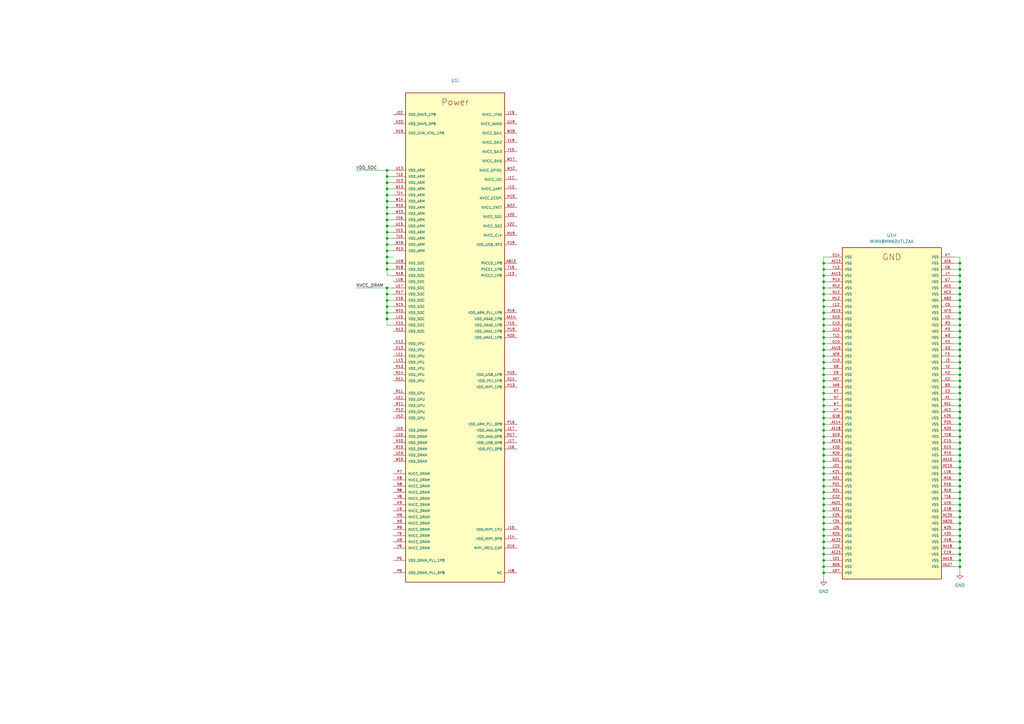
<source format=kicad_sch>
(kicad_sch (version 20211123) (generator eeschema)
  (paper "A3")
  (junction (at 393.7 115.57))
  (junction (at 158.75 128.27))
  (junction (at 337.82 173.99))
  (junction (at 158.75 123.19))
  (junction (at 393.7 158.75))
  (junction (at 158.75 125.73))
  (junction (at 393.7 146.05))
  (junction (at 158.75 85.09))
  (junction (at 393.7 176.53))
  (junction (at 393.7 184.15))
  (junction (at 337.82 219.71))
  (junction (at 337.82 196.85))
  (junction (at 337.82 138.43))
  (junction (at 337.82 234.95))
  (junction (at 337.82 191.77))
  (junction (at 337.82 186.69))
  (junction (at 337.82 158.75))
  (junction (at 158.75 80.01))
  (junction (at 337.82 107.95))
  (junction (at 393.7 125.73))
  (junction (at 393.7 151.13))
  (junction (at 393.7 204.47))
  (junction (at 393.7 196.85))
  (junction (at 337.82 171.45))
  (junction (at 337.82 232.41))
  (junction (at 393.7 186.69))
  (junction (at 337.82 176.53))
  (junction (at 393.7 118.11))
  (junction (at 337.82 115.57))
  (junction (at 337.82 125.73))
  (junction (at 337.82 146.05))
  (junction (at 158.75 87.63))
  (junction (at 393.7 130.81))
  (junction (at 393.7 110.49))
  (junction (at 337.82 222.25))
  (junction (at 393.7 135.89))
  (junction (at 337.82 199.39))
  (junction (at 393.7 120.65))
  (junction (at 158.75 120.65))
  (junction (at 337.82 168.91))
  (junction (at 337.82 140.97))
  (junction (at 393.7 214.63))
  (junction (at 337.82 189.23))
  (junction (at 337.82 151.13))
  (junction (at 337.82 110.49))
  (junction (at 158.75 95.25))
  (junction (at 393.7 163.83))
  (junction (at 393.7 138.43))
  (junction (at 393.7 189.23))
  (junction (at 393.7 113.03))
  (junction (at 158.75 118.11))
  (junction (at 337.82 128.27))
  (junction (at 158.75 100.33))
  (junction (at 393.7 212.09))
  (junction (at 158.75 110.49))
  (junction (at 393.7 181.61))
  (junction (at 337.82 163.83))
  (junction (at 393.7 222.25))
  (junction (at 158.75 102.87))
  (junction (at 393.7 143.51))
  (junction (at 337.82 184.15))
  (junction (at 393.7 171.45))
  (junction (at 337.82 156.21))
  (junction (at 158.75 77.47))
  (junction (at 393.7 224.79))
  (junction (at 158.75 97.79))
  (junction (at 337.82 224.79))
  (junction (at 158.75 130.81))
  (junction (at 393.7 123.19))
  (junction (at 337.82 143.51))
  (junction (at 158.75 72.39))
  (junction (at 337.82 130.81))
  (junction (at 337.82 194.31))
  (junction (at 337.82 181.61))
  (junction (at 393.7 133.35))
  (junction (at 393.7 140.97))
  (junction (at 337.82 118.11))
  (junction (at 393.7 201.93))
  (junction (at 337.82 207.01))
  (junction (at 393.7 173.99))
  (junction (at 158.75 82.55))
  (junction (at 337.82 209.55))
  (junction (at 337.82 201.93))
  (junction (at 337.82 227.33))
  (junction (at 158.75 74.93))
  (junction (at 393.7 161.29))
  (junction (at 393.7 153.67))
  (junction (at 393.7 156.21))
  (junction (at 337.82 179.07))
  (junction (at 337.82 113.03))
  (junction (at 337.82 148.59))
  (junction (at 337.82 120.65))
  (junction (at 337.82 166.37))
  (junction (at 158.75 90.17))
  (junction (at 393.7 128.27))
  (junction (at 158.75 107.95))
  (junction (at 158.75 105.41))
  (junction (at 393.7 191.77))
  (junction (at 393.7 107.95))
  (junction (at 393.7 148.59))
  (junction (at 337.82 153.67))
  (junction (at 393.7 199.39))
  (junction (at 393.7 232.41))
  (junction (at 337.82 133.35))
  (junction (at 158.75 92.71))
  (junction (at 337.82 229.87))
  (junction (at 337.82 217.17))
  (junction (at 393.7 179.07))
  (junction (at 393.7 229.87))
  (junction (at 393.7 207.01))
  (junction (at 158.75 69.85))
  (junction (at 393.7 166.37))
  (junction (at 393.7 209.55))
  (junction (at 337.82 123.19))
  (junction (at 337.82 214.63))
  (junction (at 337.82 161.29))
  (junction (at 393.7 217.17))
  (junction (at 393.7 194.31))
  (junction (at 337.82 135.89))
  (junction (at 393.7 219.71))
  (junction (at 337.82 204.47))
  (junction (at 393.7 227.33))
  (junction (at 337.82 212.09))
  (junction (at 393.7 168.91))
  (wire (pts (xy 337.82 107.95) (xy 340.36 107.95)))
  (wire (pts (xy 337.82 140.97) (xy 340.36 140.97)))
  (wire (pts (xy 393.7 219.71) (xy 393.7 222.25)))
  (wire (pts (xy 393.7 135.89) (xy 391.16 135.89)))
  (wire (pts (xy 393.7 105.41) (xy 391.16 105.41)))
  (wire (pts (xy 393.7 191.77) (xy 393.7 194.31)))
  (wire (pts (xy 393.7 199.39) (xy 391.16 199.39)))
  (wire (pts (xy 393.7 222.25) (xy 391.16 222.25)))
  (wire (pts (xy 337.82 133.35) (xy 340.36 133.35)))
  (wire (pts (xy 337.82 204.47) (xy 340.36 204.47)))
  (wire (pts (xy 337.82 107.95) (xy 337.82 110.49)))
  (wire (pts (xy 393.7 189.23) (xy 391.16 189.23)))
  (wire (pts (xy 393.7 163.83) (xy 391.16 163.83)))
  (wire (pts (xy 393.7 179.07) (xy 393.7 181.61)))
  (wire (pts (xy 337.82 143.51) (xy 340.36 143.51)))
  (wire (pts (xy 337.82 163.83) (xy 337.82 166.37)))
  (wire (pts (xy 337.82 115.57) (xy 337.82 118.11)))
  (wire (pts (xy 337.82 227.33) (xy 337.82 229.87)))
  (wire (pts (xy 161.29 133.35) (xy 158.75 133.35)))
  (wire (pts (xy 393.7 171.45) (xy 393.7 168.91)))
  (wire (pts (xy 337.82 120.65) (xy 337.82 123.19)))
  (wire (pts (xy 393.7 179.07) (xy 391.16 179.07)))
  (wire (pts (xy 337.82 151.13) (xy 340.36 151.13)))
  (wire (pts (xy 161.29 85.09) (xy 158.75 85.09)))
  (wire (pts (xy 161.29 120.65) (xy 158.75 120.65)))
  (wire (pts (xy 391.16 171.45) (xy 393.7 171.45)))
  (wire (pts (xy 158.75 110.49) (xy 158.75 107.95)))
  (wire (pts (xy 337.82 184.15) (xy 340.36 184.15)))
  (wire (pts (xy 337.82 204.47) (xy 337.82 207.01)))
  (wire (pts (xy 158.75 120.65) (xy 158.75 118.11)))
  (wire (pts (xy 393.7 209.55) (xy 393.7 212.09)))
  (wire (pts (xy 393.7 227.33) (xy 393.7 229.87)))
  (wire (pts (xy 393.7 181.61) (xy 391.16 181.61)))
  (wire (pts (xy 161.29 125.73) (xy 158.75 125.73)))
  (wire (pts (xy 337.82 227.33) (xy 340.36 227.33)))
  (wire (pts (xy 158.75 125.73) (xy 158.75 123.19)))
  (wire (pts (xy 393.7 232.41) (xy 391.16 232.41)))
  (wire (pts (xy 393.7 128.27) (xy 391.16 128.27)))
  (wire (pts (xy 393.7 113.03) (xy 393.7 115.57)))
  (wire (pts (xy 158.75 128.27) (xy 158.75 125.73)))
  (wire (pts (xy 337.82 110.49) (xy 340.36 110.49)))
  (wire (pts (xy 337.82 153.67) (xy 337.82 156.21)))
  (wire (pts (xy 393.7 153.67) (xy 391.16 153.67)))
  (wire (pts (xy 393.7 224.79) (xy 393.7 227.33)))
  (wire (pts (xy 158.75 113.03) (xy 158.75 110.49)))
  (wire (pts (xy 337.82 217.17) (xy 337.82 219.71)))
  (wire (pts (xy 158.75 72.39) (xy 158.75 69.85)))
  (wire (pts (xy 161.29 128.27) (xy 158.75 128.27)))
  (wire (pts (xy 393.7 120.65) (xy 391.16 120.65)))
  (wire (pts (xy 393.7 191.77) (xy 391.16 191.77)))
  (wire (pts (xy 337.82 232.41) (xy 340.36 232.41)))
  (wire (pts (xy 393.7 118.11) (xy 393.7 120.65)))
  (wire (pts (xy 337.82 207.01) (xy 337.82 209.55)))
  (wire (pts (xy 337.82 214.63) (xy 337.82 217.17)))
  (wire (pts (xy 161.29 74.93) (xy 158.75 74.93)))
  (wire (pts (xy 393.7 186.69) (xy 391.16 186.69)))
  (wire (pts (xy 393.7 204.47) (xy 391.16 204.47)))
  (wire (pts (xy 337.82 222.25) (xy 337.82 224.79)))
  (wire (pts (xy 337.82 135.89) (xy 340.36 135.89)))
  (wire (pts (xy 158.75 105.41) (xy 158.75 102.87)))
  (wire (pts (xy 393.7 128.27) (xy 393.7 130.81)))
  (wire (pts (xy 337.82 133.35) (xy 337.82 135.89)))
  (wire (pts (xy 337.82 151.13) (xy 337.82 153.67)))
  (wire (pts (xy 161.29 80.01) (xy 158.75 80.01)))
  (wire (pts (xy 337.82 148.59) (xy 337.82 151.13)))
  (wire (pts (xy 393.7 161.29) (xy 391.16 161.29)))
  (wire (pts (xy 393.7 110.49) (xy 391.16 110.49)))
  (wire (pts (xy 393.7 156.21) (xy 393.7 158.75)))
  (wire (pts (xy 337.82 189.23) (xy 340.36 189.23)))
  (wire (pts (xy 393.7 105.41) (xy 393.7 107.95)))
  (wire (pts (xy 337.82 173.99) (xy 337.82 176.53)))
  (wire (pts (xy 393.7 222.25) (xy 393.7 224.79)))
  (wire (pts (xy 161.29 77.47) (xy 158.75 77.47)))
  (wire (pts (xy 393.7 135.89) (xy 393.7 138.43)))
  (wire (pts (xy 393.7 163.83) (xy 393.7 166.37)))
  (wire (pts (xy 337.82 138.43) (xy 340.36 138.43)))
  (wire (pts (xy 393.7 189.23) (xy 393.7 191.77)))
  (wire (pts (xy 337.82 232.41) (xy 337.82 234.95)))
  (wire (pts (xy 337.82 148.59) (xy 340.36 148.59)))
  (wire (pts (xy 161.29 90.17) (xy 158.75 90.17)))
  (wire (pts (xy 161.29 97.79) (xy 158.75 97.79)))
  (wire (pts (xy 393.7 140.97) (xy 391.16 140.97)))
  (wire (pts (xy 393.7 194.31) (xy 391.16 194.31)))
  (wire (pts (xy 337.82 163.83) (xy 340.36 163.83)))
  (wire (pts (xy 161.29 100.33) (xy 158.75 100.33)))
  (wire (pts (xy 161.29 105.41) (xy 158.75 105.41)))
  (wire (pts (xy 337.82 219.71) (xy 337.82 222.25)))
  (wire (pts (xy 337.82 199.39) (xy 340.36 199.39)))
  (wire (pts (xy 337.82 128.27) (xy 337.82 130.81)))
  (wire (pts (xy 337.82 161.29) (xy 337.82 163.83)))
  (wire (pts (xy 393.7 107.95) (xy 393.7 110.49)))
  (wire (pts (xy 337.82 135.89) (xy 337.82 138.43)))
  (wire (pts (xy 393.7 181.61) (xy 393.7 184.15)))
  (wire (pts (xy 337.82 237.49) (xy 337.82 234.95)))
  (wire (pts (xy 337.82 146.05) (xy 337.82 148.59)))
  (wire (pts (xy 337.82 229.87) (xy 340.36 229.87)))
  (wire (pts (xy 337.82 189.23) (xy 337.82 191.77)))
  (wire (pts (xy 337.82 166.37) (xy 337.82 168.91)))
  (wire (pts (xy 337.82 191.77) (xy 337.82 194.31)))
  (wire (pts (xy 158.75 80.01) (xy 158.75 77.47)))
  (wire (pts (xy 393.7 158.75) (xy 393.7 161.29)))
  (wire (pts (xy 337.82 113.03) (xy 340.36 113.03)))
  (wire (pts (xy 393.7 113.03) (xy 391.16 113.03)))
  (wire (pts (xy 161.29 130.81) (xy 158.75 130.81)))
  (wire (pts (xy 337.82 138.43) (xy 337.82 140.97)))
  (wire (pts (xy 161.29 102.87) (xy 158.75 102.87)))
  (wire (pts (xy 393.7 151.13) (xy 393.7 153.67)))
  (wire (pts (xy 393.7 171.45) (xy 393.7 173.99)))
  (wire (pts (xy 337.82 105.41) (xy 337.82 107.95)))
  (wire (pts (xy 337.82 128.27) (xy 340.36 128.27)))
  (wire (pts (xy 337.82 181.61) (xy 337.82 184.15)))
  (wire (pts (xy 337.82 171.45) (xy 337.82 173.99)))
  (wire (pts (xy 337.82 194.31) (xy 337.82 196.85)))
  (wire (pts (xy 337.82 118.11) (xy 337.82 120.65)))
  (wire (pts (xy 393.7 229.87) (xy 391.16 229.87)))
  (wire (pts (xy 337.82 176.53) (xy 340.36 176.53)))
  (wire (pts (xy 158.75 82.55) (xy 158.75 80.01)))
  (wire (pts (xy 393.7 204.47) (xy 393.7 207.01)))
  (wire (pts (xy 337.82 224.79) (xy 340.36 224.79)))
  (wire (pts (xy 337.82 118.11) (xy 340.36 118.11)))
  (wire (pts (xy 337.82 130.81) (xy 340.36 130.81)))
  (wire (pts (xy 393.7 184.15) (xy 393.7 186.69)))
  (wire (pts (xy 158.75 77.47) (xy 158.75 74.93)))
  (wire (pts (xy 337.82 209.55) (xy 340.36 209.55)))
  (wire (pts (xy 337.82 201.93) (xy 340.36 201.93)))
  (wire (pts (xy 393.7 125.73) (xy 393.7 128.27)))
  (wire (pts (xy 337.82 181.61) (xy 340.36 181.61)))
  (wire (pts (xy 393.7 153.67) (xy 393.7 156.21)))
  (wire (pts (xy 393.7 125.73) (xy 391.16 125.73)))
  (wire (pts (xy 393.7 201.93) (xy 393.7 204.47)))
  (wire (pts (xy 393.7 138.43) (xy 393.7 140.97)))
  (wire (pts (xy 161.29 113.03) (xy 158.75 113.03)))
  (wire (pts (xy 337.82 222.25) (xy 340.36 222.25)))
  (wire (pts (xy 393.7 184.15) (xy 391.16 184.15)))
  (wire (pts (xy 337.82 113.03) (xy 337.82 115.57)))
  (wire (pts (xy 340.36 105.41) (xy 337.82 105.41)))
  (wire (pts (xy 158.75 100.33) (xy 158.75 97.79)))
  (wire (pts (xy 337.82 115.57) (xy 340.36 115.57)))
  (wire (pts (xy 337.82 123.19) (xy 340.36 123.19)))
  (wire (pts (xy 393.7 229.87) (xy 393.7 232.41)))
  (wire (pts (xy 337.82 173.99) (xy 340.36 173.99)))
  (wire (pts (xy 158.75 92.71) (xy 158.75 90.17)))
  (wire (pts (xy 393.7 168.91) (xy 393.7 166.37)))
  (wire (pts (xy 393.7 196.85) (xy 393.7 199.39)))
  (wire (pts (xy 161.29 72.39) (xy 158.75 72.39)))
  (wire (pts (xy 393.7 115.57) (xy 393.7 118.11)))
  (wire (pts (xy 158.75 87.63) (xy 158.75 85.09)))
  (wire (pts (xy 337.82 219.71) (xy 340.36 219.71)))
  (wire (pts (xy 393.7 176.53) (xy 391.16 176.53)))
  (wire (pts (xy 337.82 179.07) (xy 340.36 179.07)))
  (wire (pts (xy 337.82 130.81) (xy 337.82 133.35)))
  (wire (pts (xy 337.82 153.67) (xy 340.36 153.67)))
  (wire (pts (xy 337.82 158.75) (xy 337.82 161.29)))
  (wire (pts (xy 158.75 133.35) (xy 158.75 130.81)))
  (wire (pts (xy 146.05 118.11) (xy 158.75 118.11)))
  (wire (pts (xy 146.05 69.85) (xy 158.75 69.85)))
  (wire (pts (xy 393.7 130.81) (xy 393.7 133.35)))
  (wire (pts (xy 337.82 217.17) (xy 340.36 217.17)))
  (wire (pts (xy 393.7 156.21) (xy 391.16 156.21)))
  (wire (pts (xy 337.82 229.87) (xy 337.82 232.41)))
  (wire (pts (xy 161.29 110.49) (xy 158.75 110.49)))
  (wire (pts (xy 393.7 186.69) (xy 393.7 189.23)))
  (wire (pts (xy 393.7 214.63) (xy 391.16 214.63)))
  (wire (pts (xy 161.29 87.63) (xy 158.75 87.63)))
  (wire (pts (xy 337.82 168.91) (xy 340.36 168.91)))
  (wire (pts (xy 337.82 110.49) (xy 337.82 113.03)))
  (wire (pts (xy 393.7 227.33) (xy 391.16 227.33)))
  (wire (pts (xy 393.7 158.75) (xy 391.16 158.75)))
  (wire (pts (xy 158.75 74.93) (xy 158.75 72.39)))
  (wire (pts (xy 337.82 201.93) (xy 337.82 204.47)))
  (wire (pts (xy 393.7 173.99) (xy 393.7 176.53)))
  (wire (pts (xy 393.7 140.97) (xy 393.7 143.51)))
  (wire (pts (xy 337.82 179.07) (xy 337.82 181.61)))
  (wire (pts (xy 337.82 125.73) (xy 337.82 128.27)))
  (wire (pts (xy 337.82 171.45) (xy 340.36 171.45)))
  (wire (pts (xy 337.82 168.91) (xy 337.82 171.45)))
  (wire (pts (xy 337.82 212.09) (xy 340.36 212.09)))
  (wire (pts (xy 393.7 217.17) (xy 393.7 219.71)))
  (wire (pts (xy 393.7 173.99) (xy 391.16 173.99)))
  (wire (pts (xy 337.82 196.85) (xy 337.82 199.39)))
  (wire (pts (xy 337.82 186.69) (xy 337.82 189.23)))
  (wire (pts (xy 393.7 214.63) (xy 393.7 217.17)))
  (wire (pts (xy 393.7 118.11) (xy 391.16 118.11)))
  (wire (pts (xy 337.82 123.19) (xy 337.82 125.73)))
  (wire (pts (xy 393.7 148.59) (xy 393.7 151.13)))
  (wire (pts (xy 337.82 191.77) (xy 340.36 191.77)))
  (wire (pts (xy 337.82 199.39) (xy 337.82 201.93)))
  (wire (pts (xy 393.7 161.29) (xy 393.7 163.83)))
  (wire (pts (xy 161.29 123.19) (xy 158.75 123.19)))
  (wire (pts (xy 393.7 143.51) (xy 393.7 146.05)))
  (wire (pts (xy 161.29 118.11) (xy 158.75 118.11)))
  (wire (pts (xy 393.7 196.85) (xy 391.16 196.85)))
  (wire (pts (xy 161.29 107.95) (xy 158.75 107.95)))
  (wire (pts (xy 337.82 156.21) (xy 337.82 158.75)))
  (wire (pts (xy 158.75 123.19) (xy 158.75 120.65)))
  (wire (pts (xy 393.7 176.53) (xy 393.7 179.07)))
  (wire (pts (xy 393.7 212.09) (xy 391.16 212.09)))
  (wire (pts (xy 337.82 125.73) (xy 340.36 125.73)))
  (wire (pts (xy 158.75 95.25) (xy 158.75 92.71)))
  (wire (pts (xy 393.7 201.93) (xy 391.16 201.93)))
  (wire (pts (xy 393.7 232.41) (xy 393.7 234.95)))
  (wire (pts (xy 161.29 92.71) (xy 158.75 92.71)))
  (wire (pts (xy 337.82 158.75) (xy 340.36 158.75)))
  (wire (pts (xy 393.7 123.19) (xy 393.7 120.65)))
  (wire (pts (xy 393.7 146.05) (xy 391.16 146.05)))
  (wire (pts (xy 337.82 194.31) (xy 340.36 194.31)))
  (wire (pts (xy 393.7 133.35) (xy 391.16 133.35)))
  (wire (pts (xy 393.7 133.35) (xy 393.7 135.89)))
  (wire (pts (xy 393.7 207.01) (xy 391.16 207.01)))
  (wire (pts (xy 158.75 107.95) (xy 158.75 105.41)))
  (wire (pts (xy 158.75 90.17) (xy 158.75 87.63)))
  (wire (pts (xy 393.7 138.43) (xy 391.16 138.43)))
  (wire (pts (xy 158.75 69.85) (xy 161.29 69.85)))
  (wire (pts (xy 161.29 95.25) (xy 158.75 95.25)))
  (wire (pts (xy 393.7 217.17) (xy 391.16 217.17)))
  (wire (pts (xy 393.7 115.57) (xy 391.16 115.57)))
  (wire (pts (xy 393.7 146.05) (xy 393.7 148.59)))
  (wire (pts (xy 158.75 97.79) (xy 158.75 95.25)))
  (wire (pts (xy 393.7 151.13) (xy 391.16 151.13)))
  (wire (pts (xy 393.7 130.81) (xy 391.16 130.81)))
  (wire (pts (xy 158.75 85.09) (xy 158.75 82.55)))
  (wire (pts (xy 337.82 212.09) (xy 337.82 214.63)))
  (wire (pts (xy 337.82 143.51) (xy 337.82 146.05)))
  (wire (pts (xy 393.7 209.55) (xy 391.16 209.55)))
  (wire (pts (xy 337.82 146.05) (xy 340.36 146.05)))
  (wire (pts (xy 337.82 234.95) (xy 340.36 234.95)))
  (wire (pts (xy 393.7 219.71) (xy 391.16 219.71)))
  (wire (pts (xy 393.7 143.51) (xy 391.16 143.51)))
  (wire (pts (xy 337.82 184.15) (xy 337.82 186.69)))
  (wire (pts (xy 393.7 123.19) (xy 391.16 123.19)))
  (wire (pts (xy 337.82 207.01) (xy 340.36 207.01)))
  (wire (pts (xy 158.75 102.87) (xy 158.75 100.33)))
  (wire (pts (xy 393.7 212.09) (xy 393.7 214.63)))
  (wire (pts (xy 337.82 214.63) (xy 340.36 214.63)))
  (wire (pts (xy 337.82 140.97) (xy 337.82 143.51)))
  (wire (pts (xy 393.7 194.31) (xy 393.7 196.85)))
  (wire (pts (xy 158.75 130.81) (xy 158.75 128.27)))
  (wire (pts (xy 393.7 107.95) (xy 391.16 107.95)))
  (wire (pts (xy 393.7 110.49) (xy 393.7 113.03)))
  (wire (pts (xy 391.16 168.91) (xy 393.7 168.91)))
  (wire (pts (xy 393.7 123.19) (xy 393.7 125.73)))
  (wire (pts (xy 337.82 166.37) (xy 340.36 166.37)))
  (wire (pts (xy 337.82 161.29) (xy 340.36 161.29)))
  (wire (pts (xy 393.7 166.37) (xy 391.16 166.37)))
  (wire (pts (xy 393.7 224.79) (xy 391.16 224.79)))
  (wire (pts (xy 393.7 148.59) (xy 391.16 148.59)))
  (wire (pts (xy 337.82 224.79) (xy 337.82 227.33)))
  (wire (pts (xy 337.82 176.53) (xy 337.82 179.07)))
  (wire (pts (xy 337.82 156.21) (xy 340.36 156.21)))
  (wire (pts (xy 161.29 82.55) (xy 158.75 82.55)))
  (wire (pts (xy 337.82 120.65) (xy 340.36 120.65)))
  (wire (pts (xy 393.7 207.01) (xy 393.7 209.55)))
  (wire (pts (xy 337.82 196.85) (xy 340.36 196.85)))
  (wire (pts (xy 393.7 199.39) (xy 393.7 201.93)))
  (wire (pts (xy 337.82 209.55) (xy 337.82 212.09)))
  (wire (pts (xy 337.82 186.69) (xy 340.36 186.69)))
  (label "VDD_SOC" (at 146.05 69.85 0))
  (label "NVCC_DRAM" (at 146.05 118.11 0))
  (symbol (lib_id "power:GND") (at 337.82 237.49 0) (unit 1)
    (property "Reference" "#PWR0101" (effects hide))
  )
  (symbol (lib_id "qsbc:MIMX8MM6DVTLZAA") (at 365.76 115.57 0) (unit 8)
    (property "Reference" "U1" (at 365.76 96.52 0))
    (property "Value" "MIMX8MM6DVTLZAA" (at 365.76 99.06 0))
    (property "Footprint" "qsbc:SOT1967-1" (effects hide))
    (property "Datasheet" "https://www.nxp.com/docs/en/data-sheet/IMX8MMCEC.pdf" (effects hide))
  )
  (symbol (lib_id "power:GND") (at 393.7 234.95 0) (unit 1)
    (property "Reference" "#PWR0102" (effects hide))
  )
  (symbol (lib_id "qsbc:MIMX8MM6DVTLZAA") (at 186.69 52.07 0) (unit 9)
    (property "Reference" "U1" (at 186.69 33.02 0))
    (property "Datasheet" "https://www.nxp.com/docs/en/data-sheet/IMX8MMCEC.pdf" (effects hide))
  )
)
</source>
